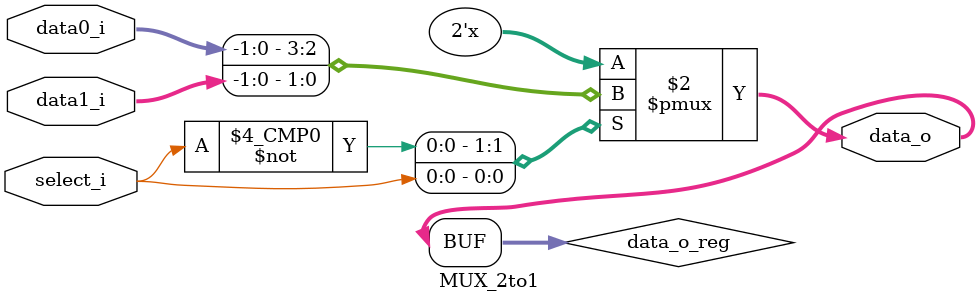
<source format=v>
module MUX_2to1(
               data0_i,
               data1_i,
               select_i,
               data_o
               );

parameter size = 0;			   
			
// I/O ports               
input   [size-1:0] data0_i;          
input   [size-1:0] data1_i;
input              select_i;

output  [size-1:0] data_o; 

// Internal Signals
reg    [size-1:0] data_o_reg;
// Main function
always@(*)begin
	case (select_i)
        1'b0: data_o_reg = data0_i;
        1'b1: data_o_reg = data1_i;
        default: data_o_reg = {size{1'bx}};
    endcase
end
assign data_o = data_o_reg;
endmodule      
          
          
</source>
